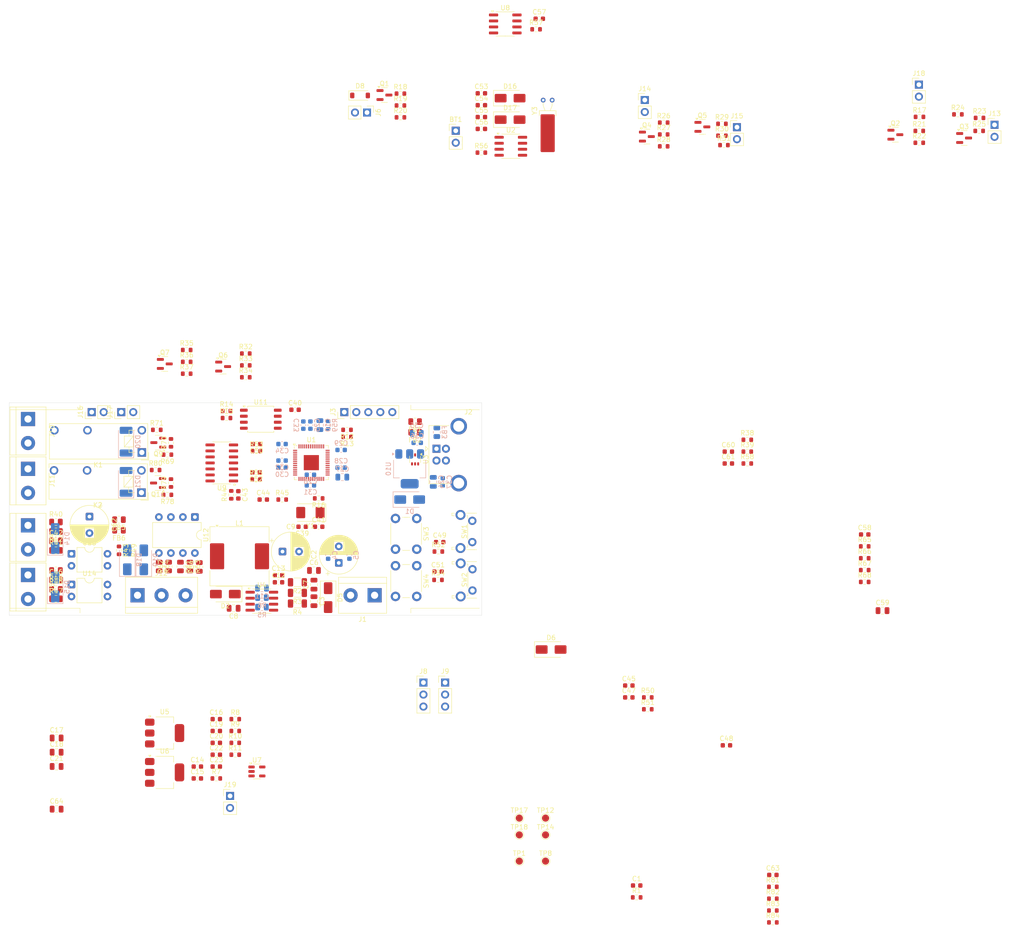
<source format=kicad_pcb>
(kicad_pcb (version 20241229) (generator "pcbnew") (generator_version "9.0")
  (layers (0 "F.Cu" signal) (2 "B.Cu" signal) (13 "F.Paste" user) (15 "B.Paste" user) (5 "F.SilkS" user "F.Silkscreen") (7 "B.SilkS" user "B.Silkscreen") (1 "F.Mask" user) (3 "B.Mask" user) (25 "Edge.Cuts" user))
  (net 0 "")
  (net 1 "GND")
  (net 2 "/mcu/RUN")
  (net 3 "+12V")
  (net 4 "Net-(U4-TC)")
  (net 5 "+6.8V")
  (net 6 "Net-(U7-+)")
  (net 7 "+3.3V")
  (net 8 "VIN_MONITOR")
  (net 9 "5V")
  (net 10 "+5V")
  (net 11 "Net-(D2-K)")
  (net 12 "Net-(D5-A)")
  (net 13 "+1.1V")
  (net 14 "VBUS")
  (net 15 "Net-(U4-DC)")
  (net 16 "Net-(U4-Vfb)")
  (net 17 "Net-(U7--)")
  (net 18 "Net-(D1-A)")
  (net 19 "Net-(U1-XIN)")
  (net 20 "Net-(C41-Pad2)")
  (net 21 "Net-(D14-A2)")
  (net 22 "Net-(C42-Pad1)")
  (net 23 "Net-(C43-Pad1)")
  (net 24 "DIGITAL_IN0")
  (net 27 "Net-(D15-A2)")
  (net 28 "Net-(C46-Pad1)")
  (net 29 "Net-(C47-Pad1)")
  (net 30 "DIGITAL_IN1")
  (net 31 "Net-(C49-Pad1)")
  (net 33 "BUTTON0")
  (net 34 "Net-(C51-Pad1)")
  (net 35 "BUTTON1")
  (net 36 "Net-(U2-OSCI)")
  (net 37 "Net-(U2-OSCO)")
  (net 38 "Net-(D16-K)")
  (net 39 "/mcu/ADC_TEST")
  (net 40 "GND_RELAY")
  (net 41 "+12V_RELAY")
  (net 42 "Net-(D8-A)")
  (net 45 "Net-(D14-A1)")
  (net 46 "/mcu/HW_ADDRESS")
  (net 47 "Net-(D15-A1)")
  (net 49 "Net-(BT1-+)")
  (net 50 "Net-(D18-A1)")
  (net 51 "/mcu/HW_VERSION")
  (net 52 "Net-(D19-A1)")
  (net 53 "Net-(D20-A)")
  (net 54 "Net-(D21-A)")
  (net 55 "Net-(J10-Pin_2)")
  (net 56 "Net-(J10-Pin_1)")
  (net 57 "Net-(J11-Pin_2)")
  (net 58 "Net-(J11-Pin_1)")
  (net 59 "Net-(J13-Pin_1)")
  (net 60 "Net-(J14-Pin_1)")
  (net 61 "Net-(J15-Pin_1)")
  (net 62 "Net-(J16-Pin_1)")
  (net 63 "Net-(J17-Pin_1)")
  (net 64 "Net-(J18-Pin_1)")
  (net 65 "Net-(J19-Pin_2)")
  (net 66 "Net-(Q1-C)")
  (net 68 "Net-(Q1-B)")
  (net 70 "Net-(Q2-B)")
  (net 71 "Net-(Q2-C)")
  (net 72 "Net-(Q3-B)")
  (net 73 "Net-(Q3-C)")
  (net 74 "Net-(Q4-C)")
  (net 75 "Net-(Q4-B)")
  (net 76 "Net-(Q5-C)")
  (net 77 "Net-(Q5-B)")
  (net 78 "Net-(Q6-C)")
  (net 79 "Net-(Q6-B)")
  (net 80 "Net-(Q7-B)")
  (net 81 "Net-(Q7-C)")
  (net 82 "Net-(Q9-C)")
  (net 83 "Net-(Q9-B)")
  (net 84 "Net-(Q11-B)")
  (net 85 "Net-(Q11-C)")
  (net 86 "/mcu/UDB_D+")
  (net 87 "/mcu/USP_DP")
  (net 88 "/mcu/USB_DM")
  (net 89 "/mcu/USB_D-")
  (net 90 "/mcu/QSPI_SS")
  (net 91 "/mcu/USB_BOOT")
  (net 92 "Net-(U1-XOUT)")
  (net 93 "BUZZER")
  (net 94 "U_LED0")
  (net 95 "U_LED1")
  (net 96 "IN0_LED")
  (net 97 "IN1_LED")
  (net 98 "OUT0_LED")
  (net 99 "OUT1_LED")
  (net 100 "I2C0_SDA")
  (net 101 "I2C0_SCL")
  (net 102 "Net-(R42-Pad1)")
  (net 103 "Net-(R43-Pad2)")
  (net 104 "Net-(R45-Pad1)")
  (net 105 "Net-(R48-Pad1)")
  (net 106 "Net-(R49-Pad2)")
  (net 107 "Net-(R51-Pad1)")
  (net 108 "Net-(R53-Pad1)")
  (net 109 "Net-(R55-Pad1)")
  (net 110 "RTC_INT")
  (net 111 "Net-(U8-WP)")
  (net 112 "Net-(J9-Pin_2)")
  (net 113 "Net-(U1-ADC_AVDD)")
  (net 114 "Net-(U12-B)")
  (net 115 "Net-(U12-A)")
  (net 116 "Net-(U12-DE)")
  (net 117 "RS485_RW")
  (net 118 "RS485_TX")
  (net 119 "Net-(U12-D)")
  (net 120 "RS485_RX")
  (net 121 "Net-(U12-R)")
  (net 122 "OUT0")
  (net 123 "OUT1")
  (net 124 "Net-(U2-CLKO)")
  (net 125 "/mcu/UART0_RX")
  (net 126 "/mcu/UART0_TX")
  (net 127 "Net-(J3-Pin_2)")
  (net 128 "Net-(J3-Pin_1)")
  (net 129 "/mcu/QSPI_SD2")
  (net 130 "/mcu/QSPI_SD3")
  (net 131 "/mcu/QSPI_SCLK")
  (net 132 "/mcu/QSPI_SD0")
  (net 133 "/mcu/QSPI_SD1")
  (net 134 "Net-(J2-Shield)")
  (net 135 "Net-(J2-GND)")
  (net 136 "Net-(J12-Pin_3)")
  (net 137 "Net-(J2-VBUS)")
  (footprint "Capacitor_SMD:C_0603_1608Metric" (layer "F.Cu") (at 198.282802 151.16)
    (property "Reference" "C1")
    (property "Value" "100nF")
  )
  (footprint "Package_TO_SOT_SMD:SOT-363_SC-70-6" (layer "F.Cu") (at 151.4 61 -90)
    (property "Reference" "U3")
    (property "Value" "NUP2202")
  )
  (footprint "Capacitor_SMD:C_0805_2012Metric" (layer "F.Cu") (at 130 84.5)
    (property "Reference" "C6")
    (property "Value" "1uF")
  )
  (footprint "TestPoint:TestPoint_Pad_D1.5mm" (layer "F.Cu") (at 173.45 136.9)
    (property "Reference" "TP17")
    (property "Value" "TestPoint")
  )
  (footprint "Resistor_SMD:R_0603_1608Metric" (layer "F.Cu") (at 177 -30)
    (property "Reference" "R57")
    (property "Value" "1K")
  )
  (footprint "Capacitor_SMD:C_0603_1608Metric" (layer "F.Cu") (at 246.53 76.89)
    (property "Reference" "C58")
    (property "Value" "220nF")
  )
  (footprint "Resistor_SMD:R_0603_1608Metric" (layer "F.Cu") (at 204 -7.75)
    (property "Reference" "R27")
    (property "Value" "10K")
  )
  (footprint "Resistor_SMD:R_0603_1608Metric" (layer "F.Cu") (at 246.53 79.4)
    (property "Reference" "R65")
    (property "Value" "10K")
  )
  (footprint "Resistor_SMD:R_0603_1608Metric" (layer "F.Cu") (at 103.075 42.87)
    (property "Reference" "R37")
    (property "Value" "1K")
  )
  (footprint "Resistor_SMD:R_0603_1608Metric" (layer "F.Cu") (at 131 69.25 180)
    (property "Reference" "R16")
    (property "Value" "1K")
  )
  (footprint "Capacitor_SMD:C_0603_1608Metric" (layer "F.Cu") (at 165.425 -16.455)
    (property "Reference" "C53")
    (property "Value" "15pF")
  )
  (footprint "Diode_SMD:D_SMA" (layer "F.Cu") (at 111.25 89.5 180)
    (property "Reference" "D2")
    (property "Value" "SS26")
  )
  (footprint "Capacitor_SMD:C_0603_1608Metric" (layer "F.Cu") (at 109.34 118.465)
    (property "Reference" "C19")
    (property "Value" "220nF")
  )
  (footprint "Package_SO:SOIC-8_3.9x4.9mm_P1.27mm" (layer "F.Cu") (at 118.975 91)
    (property "Reference" "U4")
    (property "Value" "MC34063AD")
  )
  (footprint "Resistor_SMD:R_0603_1608Metric" (layer "F.Cu") (at 246.53 81.91)
    (property "Reference" "R66")
    (property "Value" "100R")
  )
  (footprint "Package_DIP:DIP-4_W7.62mm" (layer "F.Cu") (at 78.695 80.975)
    (property "Reference" "U13")
    (property "Value" "PC817")
  )
  (footprint "Resistor_SMD:R_0603_1608Metric" (layer "F.Cu") (at 204 -10.26)
    (property "Reference" "R26")
    (property "Value" "100R")
  )
  (footprint "Package_TO_SOT_SMD:SOT-23" (layer "F.Cu") (at 144.9125 -16.09)
    (property "Reference" "Q1")
    (property "Value" "BC817")
  )
  (footprint "Capacitor_SMD:C_0805_2012Metric" (layer "F.Cu") (at 250.3 93)
    (property "Reference" "C59")
    (property "Value" "1uF")
  )
  (footprint "Resistor_SMD:R_0603_1608Metric" (layer "F.Cu") (at 165.425 -3.905)
    (property "Reference" "R56")
    (property "Value" "10K")
  )
  (footprint "Resistor_SMD:R_0805_2012Metric" (layer "F.Cu") (at 75.4125 84.5 180)
    (property "Reference" "R48")
    (property "Value" "100R")
  )
  (footprint "Resistor_SMD:R_0603_1608Metric" (layer "F.Cu") (at 216.325 -7.49)
    (property "Reference" "R30")
    (property "Value" "10K")
  )
  (footprint "Capacitor_THT:CP_Radial_D8.0mm_P3.50mm" (layer "F.Cu") (at 82.5 73.097349 -90)
    (property "Reference" "C62")
    (property "Value" "470uF")
  )
  (footprint "Resistor_SMD:R_1206_3216Metric" (layer "F.Cu") (at 126.5 87 180)
    (property "Reference" "R2")
    (property "Value" "1R")
  )
  (footprint "Capacitor_SMD:C_0603_1608Metric" (layer "F.Cu") (at 122.5 87)
    (property "Reference" "C12")
    (property "Value" "220nF")
  )
  (footprint "Resistor_SMD:R_0805_2012Metric" (layer "F.Cu") (at 101.75 83.6625 -90)
    (property "Reference" "R61")
    (property "Value" "47R")
  )
  (footprint "Resistor_SMD:R_0805_2012Metric" (layer "F.Cu") (at 105.75 83.75 90)
    (property "Reference" "FB4")
    (property "Value" "FerriteBead")
  )
  (footprint "Resistor_SMD:R_0603_1608Metric" (layer "F.Cu") (at 148.3 -13.88)
    (property "Reference" "R19")
    (property "Value" "100R")
  )
  (footprint "Capacitor_SMD:C_0805_2012Metric" (layer "F.Cu") (at 130 91 -90)
    (property "Reference" "C3")
    (property "Value" "10uF")
  )
  (footprint "Button_Switch_THT:SW_PUSH_6mm_H5mm" (layer "F.Cu") (at 151.75 73.5 -90)
    (property "Reference" "SW3")
    (property "Value" "SW_Push")
  )
  (footprint "Capacitor_SMD:C_0603_1608Metric" (layer "F.Cu") (at 217.275 121.5)
    (property "Reference" "C48")
    (property "Value" "100nF")
  )
  (footprint "Capacitor_SMD:C_0805_2012Metric" (layer "F.Cu") (at 75.4125 78.25)
    (property "Reference" "C42")
    (property "Value" "100nF")
  )
  (footprint "Capacitor_SMD:C_0603_1608Metric" (layer "F.Cu") (at 122.5 85.5)
    (property "Reference" "C13")
    (property "Value" "100nF")
  )
  (footprint "TerminalBlock:TerminalBlock_bornier-2_P5.08mm" (layer "F.Cu") (at 69.5 74.96 -90)
    (property "Reference" "J4")
    (property "Value" "Screw_Terminal_01x02")
  )
  (footprint "Capacitor_SMD:C_0603_1608Metric" (layer "F.Cu") (at 217.68 59.36)
    (property "Reference" "C60")
    (property "Value" "100nF")
  )
  (footprint "TestPoint:TestPoint_Pad_D1.5mm" (layer "F.Cu") (at 173.45 140.45)
    (property "Reference" "TP18")
    (property "Value" "TestPoint")
  )
  (footprint "Resistor_SMD:R_0603_1608Metric" (layer "F.Cu") (at 113.35 115.955)
    (property "Reference" "R8")
    (property "Value" "10K")
  )
  (footprint "Resistor_SMD:R_0603_1608Metric" (layer "F.Cu") (at 117.75 65.25)
    (property "Reference" "R55")
    (property "Value" "1K")
  )
  (footprint "Capacitor_SMD:C_0603_1608Metric" (layer "F.Cu") (at 117.75 63.75 180)
    (property "Reference" "C52")
    (property "Value" "220nF")
  )
  (footprint "Resistor_SMD:R_0603_1608Metric" (layer "F.Cu") (at 216.75 -5.5)
    (property "Reference" "R31")
    (property "Value" "1K")
  )
  (footprint "Package_TO_SOT_SMD:SOT-23" (layer "F.Cu") (at 110.785 41.36)
    (property "Reference" "Q6")
    (property "Value" "BC817")
  )
  (footprint "Resistor_SMD:R_0603_1608Metric" (layer "F.Cu") (at 270.825 -11.25)
    (property "Reference" "R23")
    (property "Value" "100R")
  )
  (footprint "TestPoint:TestPoint_Pad_D1.5mm" (layer "F.Cu") (at 173.45 146)
    (property "Reference" "TP1")
    (property "Value" "TestPoint")
  )
  (footprint "Connector_PinHeader_2.54mm:PinHeader_1x03_P2.54mm_Vertical" (layer "F.Cu") (at 153.1625 108.22)
    (property "Reference" "J8")
    (property "Value" "Conn_01x03_Pin")
  )
  (footprint "Resistor_SMD:R_0603_1608Metric" (layer "F.Cu") (at 227.097802 158.965)
    (property "Reference" "R84")
    (property "Value" "4.7K")
  )
  (footprint "Capacitor_SMD:C_0805_2012Metric" (layer "F.Cu") (at 113 92.5 180)
    (property "Reference" "C8")
    (property "Value" "390pF")
  )
  (footprint "Resistor_SMD:R_0603_1608Metric" (layer "F.Cu") (at 111.5 52.25)
    (property "Reference" "R15")
    (property "Value" "1K")
  )
  (footprint "Connector_PinHeader_2.54mm:PinHeader_1x02_P2.54mm_Vertical" (layer "F.Cu") (at 160 -8.54)
    (property "Reference" "BT1")
    (property "Value" "Battery_Cell")
  )
  (footprint "Resistor_SMD:R_0805_2012Metric" (layer "F.Cu") (at 75.4125 90.5)
    (property "Reference" "R47")
    (property "Value" "10K")
  )
  (footprint "Package_TO_SOT_SMD:SOT-23" (layer "F.Cu") (at 97 66 180)
    (property "Reference" "Q11")
    (property "Value" "BC817")
  )
  (footprint "Connector_PinHeader_2.54mm:PinHeader_1x02_P2.54mm_Vertical" (layer "F.Cu") (at 112.25 132.21)
    (property "Reference" "J19")
    (property "Value" "Conn_01x02_Pin")
  )
  (footprint "Resistor_SMD:R_0603_1608Metric" (layer "F.Cu") (at 96.5 63.25)
    (property "Reference" "R80")
    (property "Value" "100R")
  )
  (footprint "Resistor_SMD:R_0805_2012Metric" (layer "F.Cu") (at 75.4125 80.25)
    (property "Reference" "R41")
    (property "Value" "10K")
  )
  (footprint "TerminalBlock:TerminalBlock_bornier-2_P5.08mm" (layer "F.Cu") (at 69.5 85.46 -90)
    (property "Reference" "J5")
    (property "Value" "Screw_Terminal_01x02")
  )
  (footprint "Resistor_SMD:R_0603_1608Metric" (layer "F.Cu") (at 221.69 61.87)
    (property "Reference" "R58")
    (property "Value" "1K")
  )
  (footprint "Capacitor_SMD:C_0603_1608Metric" (layer "F.Cu") (at 109.34 115.955)
    (property "Reference" "C16")
    (property "Value" "220nF")
  )
  (footprint "Package_TO_SOT_SMD:SOT-23-5" (layer "F.Cu") (at 117.93 127.03)
    (property "Reference" "U7")
    (property "Value" "MCP601-xOT")
  )
  (footprint "Package_TO_SOT_SMD:SOT-223-3_TabPin2" (layer "F.Cu") (at 98.4 118.9)
    (property "Reference" "U5")
    (property "Value" "AMS1117-5.0")
  )
  (footprint "Resistor_SMD:R_0603_1608Metric" (layer "F.Cu") (at 246.53 86.93)
    (property "Reference" "R68")
    (property "Value" "100R")
  )
  (footprint "Resistor_SMD:R_0603_1608Metric" (layer "F.Cu") (at 137 54.75 180)
    (property "Reference" "R12")
    (property "Value" "22R")
  )
  (footprint "Resistor_SMD:R_0603_1608Metric" (layer "F.Cu") (at 113.35 118.465)
    (property "Reference" "R9")
    (property "Value" "100R")
  )
  (footprint "Connector_PinHeader_2.54mm:PinHeader_1x02_P2.54mm_Vertical" (layer "F.Cu") (at 219.5 -9.29)
    (property "Reference" "J15")
    (property "Value" "Conn_01x02_Pin")
  )
  (footprint "Resistor_SMD:R_0603_1608Metric" (layer "F.Cu") (at 270.75 -8.5)
    (property "Reference" "R25")
    (property "Value" "1K")
  )
  (footprint "Resistor_SMD:R_0603_1608Metric" (layer "F.Cu") (at 99 68.5 180)
    (property "Reference" "R78")
    (property "Value" "100R")
  )
  (footprint "Resistor_SMD:R_0603_1608Metric" (layer "F.Cu") (at 198.282802 153.67)
    (property "Reference" "R1")
    (property "Value" "10K")
  )
  (footprint "Resistor_SMD:R_0603_1608Metric" (layer "F.Cu") (at 113.35 120.975)
    (property "Reference" "R10")
    (property "Value" "10K")
  )
  (footprint "Resistor_SMD:R_0805_2012Metric" (layer "F.Cu") (at 103.75 83.6625 -90)
    (property "Reference" "R63")
    (property "Value" "4.7K")
  )
  (footprint "Capacitor_SMD:C_0603_1608Metric" (layer "F.Cu") (at 227.097802 148.925)
    (property "Reference" "C63")
    (property "Value" "100nF")
  )
  (footprint "Resistor_SMD:R_0603_1608Metric" (layer "F.Cu") (at 88.75 80.25 -90)
    (property "Reference" "R43")
    (property "Value" "2.7K")
  )
  (footprint "Capacitor_SMD:C_0805_2012Metric" (layer "F.Cu") (at 130 87.5 90)
    (property "Reference" "C7")
    (property "Value" "220nF")
  )
  (footprint "Connector_PinHeader_2.54mm:PinHeader_1x02_P2.54mm_Vertical" (layer "F.Cu") (at 274 -9.79)
    (property "Reference" "J13")
    (property "Value" "Conn_01x02_Pin")
  )
  (footprint "Capacitor_SMD:C_0603_1608Metric" (layer "F.Cu") (at 217.68 61.87)
    (property "Reference" "C61")
    (property "Value" "22pF")
  )
  (footprint "Resistor_SMD:R_0603_1608Metric" (layer "F.Cu") (at 115.575 41.11)
    (property "Reference" "R33")
    (property "Value" "10K")
  )
  (footprint "Diode_SMD:D_SOD-123" (layer "F.Cu") (at 139.75 -16)
    (property "Reference" "D8")
    (property "Value" "1N4148W")
  )
  (footprint "Resistor_SMD:R_0603_1608Metric" (layer "F.Cu") (at 115.575 43.62)
    (property "Reference" "R34")
    (property "Value" "1K")
  )
  (footprint "Capacitor_SMD:C_0603_1608Metric" (layer "F.Cu") (at 165.425 -13.945)
    (property "Reference" "C54")
    (property "Value" "15pF")
  )
  (footprint "Relay_THT:Relay_SPST_Omron_G5NB" (layer "F.Cu") (at 93.5825 59.5325 180)
    (property "Reference" "K1")
    (property "Value" "G5NB")
  )
  (footprint "Resistor_SMD:R_0805_2012Metric" (layer "F.Cu") (at 88.75 76 180)
    (property "Reference" "FB6")
    (property "Value" "FerriteBead")
  )
  (footprint "Resistor_SMD:R_0603_1608Metric" (layer "F.Cu") (at 96.75 54.75)
    (property "Reference" "R71")
    (property "Value" "100R")
  )
  (footprint "Resistor_SMD:R_0805_2012Metric" (layer "F.Cu") (at 75.4125 88.5)
    (property "Reference" "R46")
    (property "Value" "220R")
  )
  (footprint "Capacitor_SMD:C_0603_1608Metric" (layer "F.Cu") (at 109.34 120.975)
    (property "Reference" "C20")
    (property "Value" "220nF")
  )
  (footprint "Resistor_SMD:R_1206_3216Metric" (layer "F.Cu") (at 126.5 89.25 180)
    (property "Reference" "R3")
    (property "Value" "1R")
  )
  (footprint "Resistor_SMD:R_0603_1608Metric" (layer "F.Cu") (at 258.075 -8.5)
    (property "Reference" "R21")
    (property "Value" "100R")
  )
  (footprint "Resistor_SMD:R_0603_1608Metric" (layer "F.Cu") (at 148.3 -11.37)
    (property "Reference" "R20")
    (property "Value" "10K")
  )
  (footprint "Resistor_SMD:R_0603_1608Metric" (layer "F.Cu") (at 227.097802 151.435)
    (property "Reference" "R81")
    (property "Value" "4.7K")
  )
  (footprint "Package_TO_SOT_SMD:SOT-23" (layer "F.Cu") (at 212.185 -9.355)
    (property "Reference" "Q5")
    (property "Value" "BC817")
  )
  (footprint "Resistor_SMD:R_0805_2012Metric" (layer "F.Cu") (at 97.25 83.6625 -90)
    (property "Reference" "R64")
    (property "Value" "4.7K")
  )
  (footprint "Resistor_SMD:R_0603_1608Metric" (layer "F.Cu") (at 156.325 80.5)
    (property "Reference" "R52")
    (property "Value" "2.7K")
  )
  (footprint "Resistor_SMD:R_0603_1608Metric" (layer "F.Cu") (at 148.3 -16.39)
    (property "Reference" "R18")
    (property "Value" "100R")
  )
  (footprint "Button_Switch_THT:SW_Tactile_SPST_Angled_PTS645Vx83-2LFS" (layer "F.Cu") (at 163.5375 84.24 -90)
    (property "Reference" "SW2")
    (property "Value" "SW_Push")
  )
  (footprint "Resistor_SMD:R_0603_1608Metric" (layer "F.Cu") (at 123.285 69.5)
    (property "Reference" "R45")
    (property "Value" "1K")
  )
  (footprint "Crystal:Crystal_SMD_Abracon_ABM3-2Pin_5.0x3.2mm" (layer "F.Cu") (at 129.25 72.25 180)
    (property "Reference" "Y1")
    (property "Value" "12Mhz")
  )
  (footprint "Connector_PinHeader_2.54mm:PinHeader_1x02_P2.54mm_Vertical" (layer "F.Cu") (at 200 -15.04)
    (property "Reference" "J14")
    (property "Value" "Conn_01x02_Pin")
  )
  (footprint "Capacitor_SMD:C_0603_1608Metric" (layer "F.Cu") (at 109.34 125.995)
    (property "Reference" "C23")
    (property "Value" "220nF")
  )
  (footprint "Connector_PinHeader_2.54mm:PinHeader_1x02_P2.54mm_Vertical" (layer "F.Cu") (at 82.975 51 90)
    (property "Reference" "J16")
    (property "Value" "Conn_01x02_Pin")
  )
  (footprint "Resistor_SMD:R_0603_1608Metric" (layer "F.Cu") (at 216.325 -10)
    (property "Reference" "R29")
    (property "Value" "100R")
  )
  (footprint "Resistor_SMD:R_0603_1608Metric" (layer "F.Cu") (at 113.35 123.485)
    (property "Reference" "R11")
    (property "Value" "2.7K")
  )
  (footprint "Resistor_SMD:R_0603_1608Metric" (layer "F.Cu") (at 227.097802 153.945)
    (property "Reference" "R82")
    (property "Value" "4.7K")
  )
  (footprint "Resistor_SMD:R_0603_1608Metric" (layer "F.Cu") (at 227.097802 156.455)
    (property "Reference" "R83")
    (property "Value" "4.7K")
  )
  (footprint "Capacitor_SMD:C_0603_1608Metric" (layer "F.Cu") (at 126 50.5)
    (property "Reference" "C40")
    (property "Value" "220nF")
  )
  (footprint "TerminalBlock:TerminalBlock_bornier-2_P5.08mm" (layer "F.Cu") (at 142.83 89.75 180)
    (property "Reference" "J1")
    (property "Value" "Screw_Terminal_01x02")
  )
  (footprint "Resistor_SMD:R_0603_1608Metric" (layer "F.Cu") (at 103.075 40.36)
    (property "Reference" "R36")
    (property "Value" "10K")
  )
  (footprint "Resistor_SMD:R_0603_1608Metric" (layer "F.Cu") (at 111.5 50.75)
    (property "Reference" "R14")
    (property "Value" "DNF")
  )
  (footprint "Capacitor_SMD:C_0805_2012Metric" (layer "F.Cu") (at 75.55 122.96)
    (property "Reference" "C18")
    (property "Value" "10uF")
  )
  (footprint "Resistor_SMD:R_0805_2012Metric" (layer "F.Cu") (at 151.4 53 180)
    (property "Reference" "FB1")
    (property "Value" "FerriteBead")
  )
  (footprint "Package_SO:SOIC-14_3.9x8.7mm_P1.27mm" (layer "F.Cu") (at 110.5 61.75 180)
    (property "Reference" "U9")
    (property "Value" "74HC14")
  )
  (footprint "Resistor_SMD:R_0603_1608Metric" (layer "F.Cu") (at 137 56.25 180)
    (property "Reference" "R13")
    (property "Value" "22R")
  )
  (footprint "Connector_PinHeader_2.54mm:PinHeader_1x02_P2.54mm_Vertical" (layer "F.Cu") (at 141.225 -12.39 -90)
    (property "Reference" "J6")
    (property "Value" "Conn_01x02_Pin")
  )
  (footprint "Resistor_SMD:R_0603_1608Metric" (layer "F.Cu") (at 204 -5.24)
    (property "Reference" "R28")
    (property "Value" "1K")
  )
  (footprint "TestPoint:TestPoint_Pad_D1.5mm" (layer "F.Cu") (at 179 146)
    (property "Reference" "TP8")
    (property "Value" "TestPoint")
  )
  (footprint "Resistor_SMD:R_0805_2012Metric" (layer "F.Cu") (at 75.4125 76.25 180)
    (property "Reference" "R42")
    (property "Value" "100R")
  )
  (footprint "Resistor_SMD:R_0603_1608Metric" (layer "F.Cu") (at 117.825 59.25)
    (property "Reference" "R53")
    (property "Value" "1K")
  )
  (footprint "Resistor_SMD:R_1206_3216Metric" (layer "F.Cu") (at 126.5 91.5 180)
    (property "Reference" "R4")
    (property "Value" "1R")
  )
  (footprint "Resistor_SMD:R_0603_1608Metric" (layer "F.Cu") (at 99.75 57.5 90)
    (property "Reference" "R70")
    (property "Value" "10K")
  )
  (footprint "Resistor_SMD:R_0603_1608Metric" (layer "F.Cu") (at 258.075 -5.99)
    (property "Reference" "R22")
    (property "Value" "10K")
  )
  (footprint "Package_TO_SOT_SMD:SOT-23" (layer "F.Cu") (at 267.5625 -7)
    (property "Reference" "Q3")
    (property "Value" "BC817")
  )
  (footprint "Capacitor_SMD:C_0603_1608Metric" (layer "F.Cu") (at 105.33 125.995)
    (property "Reference" "C14")
    (property "Value" "220nF")
  )
  (footprint "Capacitor_SMD:C_0603_1608Metric" (layer "F.Cu") (at 119.275 69.5)
    (property "Reference" "C44")
    (property "Value" "220nF")
  )
  (footprint "TerminalBlock:TerminalBlock_bornier-3_P5.08mm" (layer "F.Cu") (at 92.67 89.75)
    (property "Reference" "J12")
    (property "Value" "Screw_Terminal_01x03")
  )
  (footprint "Package_SO:SOIC-8_3.9x4.9mm_P1.27mm" (layer "F.Cu") (at 171.655 -5.255)
    (property "Reference" "U2")
    (property "Value" "PCF8563T")
  )
  (footprint "Inductor_SMD:L_Coilcraft_MSS1210-XXX" (layer "F.Cu") (at 114.25 81.5)
    (property "Reference" "L1")
    (property "Value" "220uH")
  )
  (footprint "Capacitor_SMD:C_0603_1608Metric" (layer "F.Cu") (at 165.425 -8.925)
    (property "Reference" "C56")
    (property "Value" "22pF")
  )
  (footprint "TestPoint:TestPoint_Pad_D1.5mm" (layer "F.Cu") (at 179 140.45)
    (property "Reference" "TP14")
    (property "Value" "TestPoint")
  )
  (footprint "Connector_PinHeader_2.54mm:PinHeader_1x02_P2.54mm_Vertical" (layer "F.Cu") (at 258 -18.29)
    (property "Reference" "J18")
    (property "Value" "Conn_01x02_Pin")
  )
  (footprint "Capacitor_SMD:C_0603_1608Metric" (layer "F.Cu") (at 109.34 123.485)
    (property "Reference" "C22")
    (property "Value" "220nF")
  )
  (footprint "Capacitor_SMD:C_0603_1608Metric" (layer "F.Cu") (at 117.85 57.75 180)
    (property "Reference" "C50")
    (property "Value" "220nF")
  )
  (footprint "Diode_SMD:D_SMA" (layer "F.Cu") (at 180.18 101.23)
    (property "Reference" "D6")
    (property "Value" "SMAJ24A")
  )
  (footprint "Resistor_SMD:R_0603_1608Metric" (layer "F.Cu") (at 221.69 56.85)
    (property "Reference" "R38")
    (property "Value" "4.7K")
  )
  (footprint "Capacitor_SMD:C_0603_1608Metric" (layer "F.Cu") (at 114 68.5 -90)
    (property "Reference" "C43")
    (property "Value" "220nF")
  )
  (footprint "Relay_THT:Relay_SPST_Omron_G5NB" (layer "F.Cu") (at 93.5 68.0325 180)
    (property "Reference" "K2")
    (property "Value" "G5NB")
  )
  (footprint "Resistor_SMD:R_0603_1608Metric" (layer "F.Cu") (at 258.1225 -11.47)
    (property "Reference" "R17")
    (property "Value" "1K")
  )
  (footprint "Crystal:Crystal_C38-LF_D3.0mm_L8.0mm_Horizontal_1EP_style1" (layer "F.Cu") (at 178.5 -15.015)
    (property "Reference" "Y3")
    (property "Value" "32.768Khz")
  )
  (footprint "Package_DIP:DIP-4_W7.62mm" (layer "F.Cu") (at 78.695 87.475)
    (property "Reference" "U14")
    (property "Value" "PC817")
  )
  (footprint "Connector_PinHeader_2.54mm:PinHeader_1x03_P2.54mm_Vertical" (layer "F.Cu") (at 157.7525 108.22)
    (property "Reference" "J9")
    (property "Value" "Conn_01x03_Pin")
  )
  (footprint "TestPoint:TestPoint_Pad_D1.5mm" (layer "F.Cu") (at 179 136.9)
    (property "Reference" "TP12")
    (property "Value" "TestPoint")
  )
  (footprint "Capacitor_SMD:C_0603_1608Metric" (layer "F.Cu") (at 177.675 -32.23)
    (property "Reference" "C57")
    (property "Value" "220nF")
  )
  (footprint "Resistor_SMD:R_0805_2012Metric" (layer "F.Cu") (at 88.75 73.75 180)
    (property "Reference" "FB5")
    (property "Value" "FerriteBead")
  )
  (footprint "Resistor_SMD:R_0603_1608Metric" (layer "F.Cu") (at 99.75 66 90)
    (property "Reference" "R79")
    (property "Value" "10K")
  )
  (footprint "Package_SO:SOIC-8_3.9x4.9mm_P1.27mm" (layer "F.Cu") (at 170.475 -31.135)
    (property "Reference" "U8")
    (property "Value" "CAT24C256")
  )
  (footprint "Resistor_SMD:R_0603_1608Metric" (layer "F.Cu") (at 246.53 84.42)
    (property "Reference" "R67")
    (property "Value" "100R")
  )
  (footprint "Capacitor_THT:CP_Radial_D8.0mm_P3.50mm" (layer "F.Cu") (at 135.25 82.902651 90)
    (property "Reference" "C2")
    (property "Value" "470uF")
  )
  (footprint "Diode_SMD:D_SMA" (layer "F.Cu") (at 133 90.25 -90)
    (property "Reference" "D5")
    (property "Value" "SS26")
  )
  (footprint "Button_Switch_THT:SW_PUSH_6mm_H5mm" (layer "F.Cu") (at 151.75 83.5 -90)
    (property "Reference" "SW4")
    (property "Value" "SW_Push")
  )
  (footprint "Resistor_SMD:R_0805_2012Metric" (layer "F.Cu") (at 99.25 83.6625 90)
    (property "Reference" "R62")
    (property "Value" "47R")
  )
  (footprint "Capacitor_THT:CP_Radial_D8.0mm_P3.50mm" (layer "F.Cu") (at 123.347349 80.5)
    (property "Reference" "C9")
    (property "Value" "470uF")
  )
  (footprint "Resistor_SMD:R_0603_1608Metric" (layer "F.Cu") (at 115.575 38.6)
    (property "Reference" "R32")
    (property "Value" "100R")
  )
  (footprint "Connector_PinHeader_2.54mm:PinHeader_1x05_P2.54mm_Vertical" (layer "F.Cu") (at 136.42 51 90)
    (property "Reference" "J3")
    (property "Value" "Conn_01x05_Pin")
  )
  (footprint "Resistor_SMD:R_0603_1608Metric" (layer "F.Cu") (at 90.5 80.25 -90)
    (property "Reference" "R49")
    (property "Value" "2.7K")
  )
  (footprint "Capacitor_SMD:C_0805_2012Metric" (layer "F.Cu") (at 75.4125 86.5)
    (property "Reference" "C46")
    (property "Value" "100nF")
  )
  (footprint "Package_TO_SOT_SMD:SOT-23" (layer "F.Cu") (at 98.4375 40.8)
    (property "Reference" "Q7")
    (property "Value" "BC817")
  )
  (footprint "Package_DFN_QFN:QFN-56-1EP_7x7mm_P0.4mm_EP3.2x3.2mm" (layer "F.Cu") (at 129.45 61.6875)
    (property "Reference" "U1")
    (property "Value" "RP2040")
  )
  (footprint "Capacitor_SMD:C_0603_1608Metric" (layer "F.Cu") (at 156.25 84.75)
    (property "Reference" "C51")
    (property "Value" "220nF")
  )
  (footprint "Connector_USB:USB_B_OST_USB-B1HSxx_Horizontal" (layer "F.Cu") (at 155.9225 58.75)
    (property "Reference" "J2")
    (property "Value" "USB_B")
  )
  (footprint "Diode_SMD:D_SMA" (layer "F.Cu") (at 171.5 -10.885)
    (property "Reference" "D17")
    (property "Value" "SS16")
  )
  (footprint "Connector_PinHeader_2.54mm:PinHeader_1x02_P2.54mm_Vertical" (layer "F.Cu") (at 89.225 51 90)
    (property "Reference" "J17")
    (property "Value" "Conn_01x02_Pin")
  )
  (footprint "Package_TO_SOT_SMD:SOT-23" (layer "F.Cu") (at 200.4375 -7.3)
    (property "Reference" "Q4")
    (property "Value" "BC817")
  )
  (footprint "Capacitor_SMD:C_0603_1608Metric" (layer "F.Cu") (at 156.6 78.5)
    (property "Reference" "C49")
    (property "Value" "220nF")
  )
  (footprint "Capacitor_SMD:C_0603_1608Metric" (layer "F.Cu") (at 105.33 128.505)
    (property "Reference" "C15")
    (property "Value" "220nF")
  )
  (footprint "Capacitor_SMD:C_0603_1608Metric" (layer "F.Cu") (at 131 75.25)
    (property "Reference" "C41")
    (property "Value" "15pF")
  )
  (footprint "Resistor_SMD:R_0603_1608Metric" (layer "F.Cu") (at 103.075 37.85)
    (property "Reference" "R35")
    (property "Value" "100R")
  )
  (footprint "Resistor_SMD:R_0805_2012Metric" (layer "F.Cu") (at 75.4125 74.25)
    (property "Reference" "R40")
    (property "Value" "220R")
  )
  (footprint "Package_TO_SOT_SMD:SOT-23" (layer "F.Cu") (at 253.0175 -7.7)
    (property "Reference" "Q2")
    (property "Value" "BC817")
  )
  (footprint "Capacitor_SMD:C_0603_1608Metric" (layer "F.Cu") (at 165.425 -11.435)
    (property "Reference" "C55")
    (property "Value" "220nF")
  )
  (footprint "Package_DIP:DIP-8_W7.62mm" (layer "F.Cu") (at 104.81 73.195 -90)
    (property "Reference" "U12")
    (property "Value" "SN75176AP")
  )
  (footprint "Package_TO_SOT_SMD:SOT-223-3_TabPin2" (layer "F.Cu") (at 98.4 127.225)
    (property "Reference" "U6")
    (property "Value" "AMS1117-3.3")
  )
  (footprint "Package_SO:SOIC-8_5.3x5.3mm_P1.27mm" (layer "F.Cu") (at 118.75 52.5)
    (property "Reference" "U11")
    (property "Value" "W25Q32JVSS")
  )
  (footprint "Capacitor_SMD:C_0603_1608Metric" (layer "F.Cu") (at 196.6225 111.36)
    (property "Reference" "C47")
    (property "Value" "100nF")
  )
  (footprint "Capacitor_SMD:C_0805_2012Metric" (layer "F.Cu") (at 75.55 125.97)
    (property "Reference" "C21")
    (property "Value" "10uF")
  )
  (footprint "Resistor_SMD:R_0603_1608Metric" (layer "F.Cu") (at 99 60 180)
    (property "Reference" "R69")
    (property "Value" "100R")
  )
  (footprint "Diode_SMD:D_SMA" (layer "F.Cu") (at 171.5 -15.435)
    (property "Reference" "D16")
    (property "Value" "SS16")
  )
  (footprint "Resistor_SMD:R_0603_1608Metric" (layer "F.Cu") (at 221.69 59.36)
    (property "Reference" "R39")
    (property "Value" "4.7K")
  )
  (footprint "Capacitor_SMD:C_0603_1608Metric" (layer "F.Cu") (at 196.6225 108.85)
    (property "Reference" "C45")
    (property "Value" "220nF")
  )
  (footprint "Button_Switch_THT:SW_Tactile_SPST_Angled_PTS645Vx83-2LFS" (layer "F.Cu") (at 163.5 74 -90)
    (property "Reference" "SW1")
    (property "Value" "SW_Push")
  )
  (footprint "Resistor_SMD:R_0805_2012Metric" (layer "F.Cu") (at 151.4 55.25 180)
    (property "Reference" "FB2")
    (property "Value" "FerriteBead")
  )
  (footprint "Capacitor_SMD:C_0805_2012Metric" (layer "F.Cu") (at 75.55 119.95)
    (property "Reference" "C17")
    (property "Value" "10uF")
  )
  (footprint "Resistor_SMD:R_0603_1608Metric" (layer "F.Cu") (at 200.6325 111.36)
    (property "Reference" "R50")
    (property "Value" "1K")
  )
  (footprint "TerminalBlock:TerminalBlock_bornier-2_P5.08mm" (layer "F.Cu") (at 69.5 63 -90)
    (property "Reference" "J11")
    (property "Value" "Screw_Terminal_01x02")
  )
  (footprint "Package_TO_SOT_SMD:SOT-23" (layer "F.Cu") (at 97.0625 57.45 180)
    (property "Reference" "Q9")
    (property "Value" "BC817")
  )
  (footprint "Capacitor_SMD:C_0805_2012Metric" (layer "F.Cu") (at 75.55 135)
    (property "Reference" "C64")
    (property "Value" "10uF")
  )
  (footprint "Resistor_SMD:R_0603_1608Metric" (layer "F.Cu") (at 200.6325 113.87)
    (property "Reference" "R51")
    (property "Value" "1K")
  )
  (footprint "Resistor_SMD:R_0603_1608Metric" (layer "F.Cu") (at 109.34 128.505)
    (property "Reference" "R7")
    (property "Value" "10K")
  )
  (footprint "Resistor_SMD:R_0603_1608Metric" (layer "F.Cu") (at 112.5 68.5 90)
    (property "Reference" "R44")
    (property "Value" "1K")
  )
  (footprint "Capacitor_SMD:C_0603_1608Metric" (layer "F.Cu") (at 127.5 75.25 180)
    (property "Reference" "C39")
    (property "Value" "15pF")
  )
  (footprint "Resistor_SMD:R_0603_1608Metric" (layer "F.Cu") (at 266.25 -12)
    (property "Reference" "R24")
    (property "Value" "10K")
  )
  (footprint "Resistor_SMD:R_0603_1608Metric" (layer "F.Cu") (at 156.25 86.5)
    (property "Reference" "R54")
    (property "Value" "2.7K")
  )
  (footprint "TerminalBlock:TerminalBlock_bornier-2_P5.08mm" (layer "F.Cu") (at 69.5 52.46 -90)
    (property "Reference" "J10")
    (property "Value" "Screw_Terminal_01x02")
  )
  (footprint "Capacitor_SMD:C_0603_1608Metric" (layer "B.Cu") (at 129.25 53.75 90)
    (property "Reference" "C25")
    (property "Value" "220nF")
  )
  (footprint "Capacitor_SMD:C_0603_1608Metric" (layer "B.Cu") (at 157.25 65.75 90)
    (property "Reference" "C37")
    (property "Value" "220nF")
  )
  (footprint "Diode_SMD:D_SMA" (layer "B.Cu") (at 75.25 88 90)
    (property "Reference" "D15")
    (property "Value" "SMAJ12A")
  )
  (footprint "Capacitor_SMD:C_0603_1608Metric" (layer "B.Cu") (at 151.85 57.5 180)
    (property "Reference" "C36")
    (property "Value" "220nF")
  )
  (footprint "Resistor_SMD:R_0603_1608Metric" (layer "B.Cu") (at 133 53.75 90)
    (property "Reference" "R59")
    (property "Value" "22R")
  )
  (footprint "Diode_SMD:D_MELF" (layer "B.Cu") (at 90.25 65.75 90)
    (property "Reference" "D21")
    (property "Value" "SM4007")
  )
  (footprint "Capacitor_SMD:C_0603_1608Metric" (layer "B.Cu") (at 123.25 62.75)
    (property "Reference" "C30")
    (property "Value" "220nF")
  )
  (footprint "Capacitor_SMD:C_0603_1608Metric" (layer "B.Cu") (at 129.25 64.25)
    (property "Reference" "C26")
    (property "Value" "100nF")
  )
  (footprint "Resistor_SMD:R_0805_2012Metric" (layer "B.Cu") (at 156 55.25 90)
    (property "Reference" "FB3")
    (property "Value" "FerriteBead")
  )
  (footprint "Capacitor_SMD:C_0603_1608Metric" (layer "B.Cu") (at 123.25 57.75)
    (property "Reference" "C34")
    (property "Value" "220nF")
  )
  (footprint "Capacitor_SMD:C_0603_1608Metric" (layer "B.Cu") (at 135.75 59 180)
    (property "Reference" "C29")
    (property "Value" "220nF")
  )
  (footprint "Capacitor_SMD:C_0805_2012Metric" (layer "B.Cu") (at 151.75 55.5 180)
    (property "Reference" "C35")
    (property "Value" "10uF")
  )
  (footprint "Diode_SMD:D_SMA" (layer "B.Cu") (at 94 82.25 90)
    (property "Reference" "D19")
    (property "Value" "SMAJ12A")
  )
  (footprint "Capacitor_SMD:C_0805_2012Metric" (layer "B.Cu") (at 119 88.25)
    (property "Reference" "C11")
    (property "Value" "1uF")
  )
  (footprint "Capacitor_SMD:C_0603_1608Metric" (layer "B.Cu") (at 133 81.25 90)
    (property "Reference" "C4")
    (property "Value" "220nF")
  )
  (footprint "Capacitor_SMD:C_0805_2012Metric" (layer "B.Cu") (at 155.25 65.75 90)
    (property "Reference" "C24")
    (property "Value" "10uF")
  )
  (footprint "Capacitor_SMD:C_0603_1608Metric" (layer "B.Cu") (at 135.75 62.75 180)
    (property "Reference" "C28")
    (property "Value" "220nF")
  )
  (footprint "Capacitor_SMD:C_0603_1608Metric" (layer "B.Cu") (at 123.25 61.25)
    (property "Reference" "C32")
    (property "Value" "220nF")
  )
  (footprint "Diode_SMD:D_SMA" (layer "B.Cu") (at 150.25 69.5)
    (property "Reference" "D1")
    (property "Value" "SS26")
  )
  (footprint "Diode_SMD:D_MELF" (layer "B.Cu") (at 90.25 57.25 90)
    (property "Reference" "D20")
    (property "Value" "SM4007")
  )
  (footprint "Capacitor_SMD:C_0805_2012Metric" (layer "B.Cu") (at 136 64.75 180)
    (property "Reference" "C27")
    (property "Value" "1uF")
  )
  (footprint "Diode_SMD:D_SMA" (layer "B.Cu") (at 75.25 77.75 90)
    (property "Reference" "D14")
    (property "Value" "SMAJ12A")
  )
  (footprint "Resistor_SMD:R_0805_2012Metric" (layer "B.Cu") (at 119 92.25)
    (property "Reference" "R5")
    (property "Value" "3.3K")
  )
  (footprint "Capacitor_SMD:C_0805_2012Metric" (layer "B.Cu") (at 131.25 53.75 90)
    (property "Reference" "C10")
    (property "Value" "1uF")
  )
  (footprint "Diode_SMD:D_SMA" (layer "B.Cu") (at 90.5 82.25 90)
    (property "Reference" "D18")
    (property "Value" "SMAJ12A")
  )
  (footprint "Resistor_SMD:R_0805_2012Metric" (layer "B.Cu") (at 119 90.25)
    (property "Reference" "R6")
    (property "Value" "10K")
  )
  (footprint "Capacitor_SMD:C_0603_1608Metric" (layer "B.Cu") (at 137.5 81.25 90)
    (property "Reference" "C5")
    (property "Value" "100nF")
  )
  (footprint "Capacitor_SMD:C_0603_1608Metric" (layer "B.Cu") (at 129.25 66.5)
    (property "Reference" "C31")
    (property "Value" "220nF")
  )
  (footprint "Package_TO_SOT_SMD:SOT-223-3_TabPin2" (layer "B.Cu") (at 150.25 63 -90)
    (property "Reference" "U10")
    (property "Value" "AMS1117-3.3")
  )
  (footprint "Capacitor_SMD:C_0603_1608Metric" (layer "B.Cu") (at 127.75 53.75 -90)
    (property "Reference" "C33")
    (property "Value" "220nF")
  )
  (gr_line (start 165 50.5) (end 150.5 50.5) (stroke (width 0.1)) (layer "F.SilkS"))
  (gr_line (start 165 92.5) (end 150.5 92.5) (stroke (width 0.1)) (layer "F.SilkS"))
  (gr_line (start 150.5 92.54) (end 150.5 93.5) (stroke (width 0.1)) (layer "F.SilkS"))
  (gr_line (start 80.5 50.5) (end 80.5 49.5) (stroke (width 0.1)) (layer "F.SilkS"))
  (gr_line (start 150.5 50.5) (end 150.5 49.5) (stroke (width 0.1)) (layer "F.SilkS"))
  (gr_line (start 65.75 50.5) (end 80.5 50.5) (stroke (width 0.1)) (layer "F.SilkS"))
  (gr_line (start 66 92.5) (end 80.5 92.5) (stroke (width 0.1)) (layer "F.SilkS"))
  (gr_line (start 66 92.5) (end 65.69 92.5) (stroke (width 0.1)) (layer "F.SilkS"))
  (gr_line (start 80.5 92.5) (end 80.5 93.5) (stroke (width 0.1)) (layer "F.SilkS"))
  (gr_line (start 65.5 49) (end 165.5 49) (stroke (width 0.05)) (layer "Edge.Cuts"))
  (gr_line (start 65.5 94) (end 65.5 49) (stroke (width 0.05)) (layer "Edge.Cuts"))
  (gr_line (start 165.5 49) (end 165.5 94) (stroke (width 0.05)) (layer "Edge.Cuts"))
  (gr_line (start 165.5 94) (end 65.5 94) (stroke (width 0.05)) (layer "Edge.Cuts"))
)
</source>
